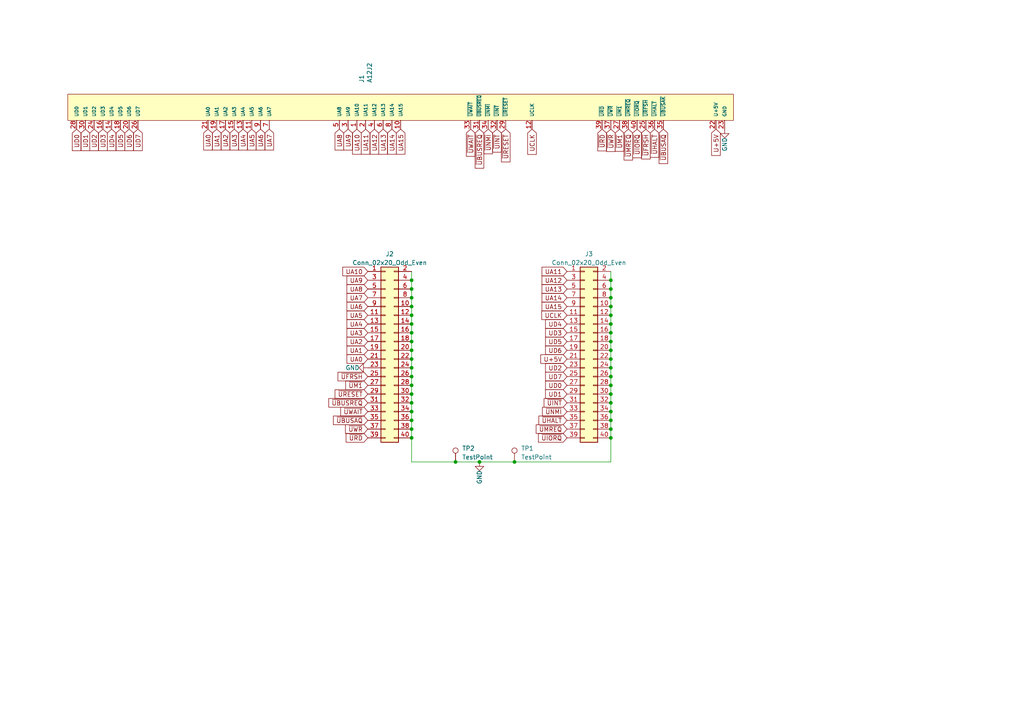
<source format=kicad_sch>
(kicad_sch (version 20230121) (generator eeschema)
  (paper "A4")
  (lib_symbols
    (symbol "Connector:TestPoint" (pin_numbers hide) (pin_names (offset 0.762) hide)
      (property "Reference" "TP" (at 0 6.858 0))
      (property "Value" "TestPoint" (at 0 5.08 0))
      (symbol "TestPoint_0_1"
        (circle (center 0 3.302) (radius 0.762))
      )
      (symbol "TestPoint_1_1"
        (pin passive line (at 0 0 90) (length 2.54) (name "1") (number "1"))
      )
    )
    (symbol "Connector_Generic:Conn_02x20_Odd_Even" (pin_names (offset 1.016) hide)
      (property "Reference" "J" (at 1.27 25.4 0))
      (property "Value" "Conn_02x20_Odd_Even" (at 1.27 -27.94 0))
      (symbol "Conn_02x20_Odd_Even_1_1"
        (rectangle (start -1.27 -25.273) (end 0 -25.527) (stroke (width 0.1524)))
        (rectangle (start -1.27 -22.733) (end 0 -22.987) (stroke (width 0.1524)))
        (rectangle (start -1.27 -20.193) (end 0 -20.447) (stroke (width 0.1524)))
        (rectangle (start -1.27 -17.653) (end 0 -17.907) (stroke (width 0.1524)))
        (rectangle (start -1.27 -15.113) (end 0 -15.367) (stroke (width 0.1524)))
        (rectangle (start -1.27 -12.573) (end 0 -12.827) (stroke (width 0.1524)))
        (rectangle (start -1.27 -10.033) (end 0 -10.287) (stroke (width 0.1524)))
        (rectangle (start -1.27 -7.493) (end 0 -7.747) (stroke (width 0.1524)))
        (rectangle (start -1.27 -4.953) (end 0 -5.207) (stroke (width 0.1524)))
        (rectangle (start -1.27 -2.413) (end 0 -2.667) (stroke (width 0.1524)))
        (rectangle (start -1.27 0.127) (end 0 -0.127) (stroke (width 0.1524)))
        (rectangle (start -1.27 2.667) (end 0 2.413) (stroke (width 0.1524)))
        (rectangle (start -1.27 5.207) (end 0 4.953) (stroke (width 0.1524)))
        (rectangle (start -1.27 7.747) (end 0 7.493) (stroke (width 0.1524)))
        (rectangle (start -1.27 10.287) (end 0 10.033) (stroke (width 0.1524)))
        (rectangle (start -1.27 12.827) (end 0 12.573) (stroke (width 0.1524)))
        (rectangle (start -1.27 15.367) (end 0 15.113) (stroke (width 0.1524)))
        (rectangle (start -1.27 17.907) (end 0 17.653) (stroke (width 0.1524)))
        (rectangle (start -1.27 20.447) (end 0 20.193) (stroke (width 0.1524)))
        (rectangle (start -1.27 22.987) (end 0 22.733) (stroke (width 0.1524)))
        (rectangle (start -1.27 24.13) (end 3.81 -26.67) (stroke (width 0.254)) (fill (type background)))
        (rectangle (start 3.81 -25.273) (end 2.54 -25.527) (stroke (width 0.1524)))
        (rectangle (start 3.81 -22.733) (end 2.54 -22.987) (stroke (width 0.1524)))
        (rectangle (start 3.81 -20.193) (end 2.54 -20.447) (stroke (width 0.1524)))
        (rectangle (start 3.81 -17.653) (end 2.54 -17.907) (stroke (width 0.1524)))
        (rectangle (start 3.81 -15.113) (end 2.54 -15.367) (stroke (width 0.1524)))
        (rectangle (start 3.81 -12.573) (end 2.54 -12.827) (stroke (width 0.1524)))
        (rectangle (start 3.81 -10.033) (end 2.54 -10.287) (stroke (width 0.1524)))
        (rectangle (start 3.81 -7.493) (end 2.54 -7.747) (stroke (width 0.1524)))
        (rectangle (start 3.81 -4.953) (end 2.54 -5.207) (stroke (width 0.1524)))
        (rectangle (start 3.81 -2.413) (end 2.54 -2.667) (stroke (width 0.1524)))
        (rectangle (start 3.81 0.127) (end 2.54 -0.127) (stroke (width 0.1524)))
        (rectangle (start 3.81 2.667) (end 2.54 2.413) (stroke (width 0.1524)))
        (rectangle (start 3.81 5.207) (end 2.54 4.953) (stroke (width 0.1524)))
        (rectangle (start 3.81 7.747) (end 2.54 7.493) (stroke (width 0.1524)))
        (rectangle (start 3.81 10.287) (end 2.54 10.033) (stroke (width 0.1524)))
        (rectangle (start 3.81 12.827) (end 2.54 12.573) (stroke (width 0.1524)))
        (rectangle (start 3.81 15.367) (end 2.54 15.113) (stroke (width 0.1524)))
        (rectangle (start 3.81 17.907) (end 2.54 17.653) (stroke (width 0.1524)))
        (rectangle (start 3.81 20.447) (end 2.54 20.193) (stroke (width 0.1524)))
        (rectangle (start 3.81 22.987) (end 2.54 22.733) (stroke (width 0.1524)))
        (pin passive line (at -5.08 22.86 0) (length 3.81) (name "Pin_1") (number "1"))
        (pin passive line (at 7.62 12.7 180) (length 3.81) (name "Pin_10") (number "10"))
        (pin passive line (at -5.08 10.16 0) (length 3.81) (name "Pin_11") (number "11"))
        (pin passive line (at 7.62 10.16 180) (length 3.81) (name "Pin_12") (number "12"))
        (pin passive line (at -5.08 7.62 0) (length 3.81) (name "Pin_13") (number "13"))
        (pin passive line (at 7.62 7.62 180) (length 3.81) (name "Pin_14") (number "14"))
        (pin passive line (at -5.08 5.08 0) (length 3.81) (name "Pin_15") (number "15"))
        (pin passive line (at 7.62 5.08 180) (length 3.81) (name "Pin_16") (number "16"))
        (pin passive line (at -5.08 2.54 0) (length 3.81) (name "Pin_17") (number "17"))
        (pin passive line (at 7.62 2.54 180) (length 3.81) (name "Pin_18") (number "18"))
        (pin passive line (at -5.08 0 0) (length 3.81) (name "Pin_19") (number "19"))
        (pin passive line (at 7.62 22.86 180) (length 3.81) (name "Pin_2") (number "2"))
        (pin passive line (at 7.62 0 180) (length 3.81) (name "Pin_20") (number "20"))
        (pin passive line (at -5.08 -2.54 0) (length 3.81) (name "Pin_21") (number "21"))
        (pin passive line (at 7.62 -2.54 180) (length 3.81) (name "Pin_22") (number "22"))
        (pin passive line (at -5.08 -5.08 0) (length 3.81) (name "Pin_23") (number "23"))
        (pin passive line (at 7.62 -5.08 180) (length 3.81) (name "Pin_24") (number "24"))
        (pin passive line (at -5.08 -7.62 0) (length 3.81) (name "Pin_25") (number "25"))
        (pin passive line (at 7.62 -7.62 180) (length 3.81) (name "Pin_26") (number "26"))
        (pin passive line (at -5.08 -10.16 0) (length 3.81) (name "Pin_27") (number "27"))
        (pin passive line (at 7.62 -10.16 180) (length 3.81) (name "Pin_28") (number "28"))
        (pin passive line (at -5.08 -12.7 0) (length 3.81) (name "Pin_29") (number "29"))
        (pin passive line (at -5.08 20.32 0) (length 3.81) (name "Pin_3") (number "3"))
        (pin passive line (at 7.62 -12.7 180) (length 3.81) (name "Pin_30") (number "30"))
        (pin passive line (at -5.08 -15.24 0) (length 3.81) (name "Pin_31") (number "31"))
        (pin passive line (at 7.62 -15.24 180) (length 3.81) (name "Pin_32") (number "32"))
        (pin passive line (at -5.08 -17.78 0) (length 3.81) (name "Pin_33") (number "33"))
        (pin passive line (at 7.62 -17.78 180) (length 3.81) (name "Pin_34") (number "34"))
        (pin passive line (at -5.08 -20.32 0) (length 3.81) (name "Pin_35") (number "35"))
        (pin passive line (at 7.62 -20.32 180) (length 3.81) (name "Pin_36") (number "36"))
        (pin passive line (at -5.08 -22.86 0) (length 3.81) (name "Pin_37") (number "37"))
        (pin passive line (at 7.62 -22.86 180) (length 3.81) (name "Pin_38") (number "38"))
        (pin passive line (at -5.08 -25.4 0) (length 3.81) (name "Pin_39") (number "39"))
        (pin passive line (at 7.62 20.32 180) (length 3.81) (name "Pin_4") (number "4"))
        (pin passive line (at 7.62 -25.4 180) (length 3.81) (name "Pin_40") (number "40"))
        (pin passive line (at -5.08 17.78 0) (length 3.81) (name "Pin_5") (number "5"))
        (pin passive line (at 7.62 17.78 180) (length 3.81) (name "Pin_6") (number "6"))
        (pin passive line (at -5.08 15.24 0) (length 3.81) (name "Pin_7") (number "7"))
        (pin passive line (at 7.62 15.24 180) (length 3.81) (name "Pin_8") (number "8"))
        (pin passive line (at -5.08 12.7 0) (length 3.81) (name "Pin_9") (number "9"))
      )
    )
    (symbol "Fluke_Z80POD:A12J2" (pin_names (offset 1.016))
      (property "Reference" "J" (at 1.27 0 0))
      (property "Value" "A12J2" (at 0 78.74 0))
      (symbol "A12J2_0_1"
        (rectangle (start -5.08 76.2) (end 2.54 -116.84) (fill (type background)))
      )
      (symbol "A12J2_1_1"
        (pin bidirectional line (at -7.62 -7.62 0) (length 2.54) (name "UA10") (number "1"))
        (pin bidirectional line (at -7.62 -20.32 0) (length 2.54) (name "UA15") (number "10"))
        (pin bidirectional line (at -7.62 22.86 0) (length 2.54) (name "UA5") (number "11"))
        (pin bidirectional line (at -7.62 -58.42 0) (length 2.54) (name "UCLK") (number "12"))
        (pin bidirectional line (at -7.62 25.4 0) (length 2.54) (name "UA4") (number "13"))
        (pin bidirectional line (at -7.62 63.5 0) (length 2.54) (name "UD4") (number "14"))
        (pin bidirectional line (at -7.62 27.94 0) (length 2.54) (name "UA3") (number "15"))
        (pin bidirectional line (at -7.62 66.04 0) (length 2.54) (name "UD3") (number "16"))
        (pin bidirectional line (at -7.62 30.48 0) (length 2.54) (name "UA2") (number "17"))
        (pin bidirectional line (at -7.62 60.96 0) (length 2.54) (name "UD5") (number "18"))
        (pin bidirectional line (at -7.62 33.02 0) (length 2.54) (name "UA1") (number "19"))
        (pin bidirectional line (at -7.62 -10.16 0) (length 2.54) (name "UA11") (number "2"))
        (pin bidirectional line (at -7.62 58.42 0) (length 2.54) (name "UD6") (number "20"))
        (pin bidirectional line (at -7.62 35.56 0) (length 2.54) (name "UA0") (number "21"))
        (pin bidirectional line (at -7.62 -111.76 0) (length 2.54) (name "U+5V") (number "22"))
        (pin bidirectional line (at -7.62 -114.3 0) (length 2.54) (name "GND") (number "23"))
        (pin bidirectional line (at -7.62 68.58 0) (length 2.54) (name "UD2") (number "24"))
        (pin bidirectional line (at -7.62 -91.44 0) (length 2.54) (name "~{URFSH}") (number "25"))
        (pin bidirectional line (at -7.62 55.88 0) (length 2.54) (name "UD7") (number "26"))
        (pin bidirectional line (at -7.62 -83.82 0) (length 2.54) (name "~{UM1}") (number "27"))
        (pin bidirectional line (at -7.62 73.66 0) (length 2.54) (name "UD0") (number "28"))
        (pin bidirectional line (at -7.62 -50.8 0) (length 2.54) (name "~{URESET}") (number "29"))
        (pin bidirectional line (at -7.62 -5.08 0) (length 2.54) (name "UA9") (number "3"))
        (pin bidirectional line (at -7.62 71.12 0) (length 2.54) (name "UD1") (number "30"))
        (pin bidirectional line (at -7.62 -43.18 0) (length 2.54) (name "~{UBUSREQ}") (number "31"))
        (pin bidirectional line (at -7.62 -48.26 0) (length 2.54) (name "~{UINT}") (number "32"))
        (pin bidirectional line (at -7.62 -40.64 0) (length 2.54) (name "~{UWAIT}") (number "33"))
        (pin bidirectional line (at -7.62 -45.72 0) (length 2.54) (name "~{UNMI}") (number "34"))
        (pin bidirectional line (at -7.62 -96.52 0) (length 2.54) (name "~{UBUSAK}") (number "35"))
        (pin bidirectional line (at -7.62 -93.98 0) (length 2.54) (name "~{UHALT}") (number "36"))
        (pin bidirectional line (at -7.62 -81.28 0) (length 2.54) (name "~{UWR}") (number "37"))
        (pin bidirectional line (at -7.62 -86.36 0) (length 2.54) (name "~{UMREQ}") (number "38"))
        (pin bidirectional line (at -7.62 -78.74 0) (length 2.54) (name "~{URD}") (number "39"))
        (pin bidirectional line (at -7.62 -12.7 0) (length 2.54) (name "UA12") (number "4"))
        (pin bidirectional line (at -7.62 -88.9 0) (length 2.54) (name "~{UIORQ}") (number "40"))
        (pin bidirectional line (at -7.62 -2.54 0) (length 2.54) (name "UA8") (number "5"))
        (pin bidirectional line (at -7.62 -15.24 0) (length 2.54) (name "UA13") (number "6"))
        (pin bidirectional line (at -7.62 17.78 0) (length 2.54) (name "UA7") (number "7"))
        (pin bidirectional line (at -7.62 -17.78 0) (length 2.54) (name "UA14") (number "8"))
        (pin bidirectional line (at -7.62 20.32 0) (length 2.54) (name "UA6") (number "9"))
      )
    )
    (symbol "power:GND" (power) (pin_names (offset 0))
      (property "Value" "GND" (at 0 -3.81 0))
      (symbol "GND_0_1"
        (polyline (pts (xy 0 0) (xy 0 -1.27) (xy 1.27 -1.27) (xy 0 -2.54) (xy -1.27 -1.27) (xy 0 -1.27)))
      )
      (symbol "GND_1_1"
        (pin power_in line (at 0 0 270) (length 0) hide (name "GND") (number "1"))
      )
    )
  )
  (junction (at 177.165 121.92))
  (junction (at 177.165 106.68))
  (junction (at 119.38 127))
  (junction (at 177.165 111.76))
  (junction (at 139.065 133.985))
  (junction (at 177.165 93.98))
  (junction (at 177.165 119.38))
  (junction (at 177.165 127))
  (junction (at 177.165 81.28))
  (junction (at 119.38 106.68))
  (junction (at 177.165 88.9))
  (junction (at 119.38 104.14))
  (junction (at 177.165 101.6))
  (junction (at 119.38 96.52))
  (junction (at 177.165 124.46))
  (junction (at 119.38 116.84))
  (junction (at 149.225 133.985))
  (junction (at 177.165 99.06))
  (junction (at 177.165 116.84))
  (junction (at 119.38 111.76))
  (junction (at 177.165 109.22))
  (junction (at 119.38 93.98))
  (junction (at 177.165 114.3))
  (junction (at 119.38 81.28))
  (junction (at 177.165 86.36))
  (junction (at 119.38 109.22))
  (junction (at 132.127 133.985))
  (junction (at 119.38 88.9))
  (junction (at 177.165 91.44))
  (junction (at 177.165 104.14))
  (junction (at 119.38 99.06))
  (junction (at 119.38 119.38))
  (junction (at 119.38 86.36))
  (junction (at 177.165 96.52))
  (junction (at 119.38 91.44))
  (junction (at 177.165 83.82))
  (junction (at 119.38 101.6))
  (junction (at 119.38 124.46))
  (junction (at 119.38 114.3))
  (junction (at 119.38 121.92))
  (junction (at 119.38 83.82))
  (wire (pts (xy 177.165 111.76) (xy 177.165 109.22)))
  (wire (pts (xy 177.165 83.82) (xy 177.165 81.28)))
  (wire (pts (xy 119.38 114.3) (xy 119.38 116.84)))
  (wire (pts (xy 177.165 104.14) (xy 177.165 101.6)))
  (wire (pts (xy 177.165 99.06) (xy 177.165 96.52)))
  (wire (pts (xy 119.38 86.36) (xy 119.38 88.9)))
  (wire (pts (xy 119.38 91.44) (xy 119.38 93.98)))
  (wire (pts (xy 119.38 116.84) (xy 119.38 119.38)))
  (wire (pts (xy 177.165 114.3) (xy 177.165 111.76)))
  (wire (pts (xy 177.165 121.92) (xy 177.165 119.38)))
  (wire (pts (xy 177.165 101.6) (xy 177.165 99.06)))
  (wire (pts (xy 177.165 88.9) (xy 177.165 86.36)))
  (wire (pts (xy 119.38 88.9) (xy 119.38 91.44)))
  (wire (pts (xy 177.165 91.44) (xy 177.165 88.9)))
  (wire (pts (xy 119.38 127) (xy 119.38 133.985)))
  (wire (pts (xy 177.165 96.52) (xy 177.165 93.98)))
  (wire (pts (xy 177.165 133.985) (xy 177.165 127)))
  (wire (pts (xy 177.165 119.38) (xy 177.165 116.84)))
  (wire (pts (xy 177.165 109.22) (xy 177.165 106.68)))
  (wire (pts (xy 119.38 96.52) (xy 119.38 99.06)))
  (wire (pts (xy 119.38 109.22) (xy 119.38 111.76)))
  (wire (pts (xy 119.38 81.28) (xy 119.38 83.82)))
  (wire (pts (xy 177.165 106.68) (xy 177.165 104.14)))
  (wire (pts (xy 119.38 104.14) (xy 119.38 106.68)))
  (wire (pts (xy 119.38 99.06) (xy 119.38 101.6)))
  (wire (pts (xy 149.225 133.985) (xy 177.165 133.985)))
  (wire (pts (xy 119.38 106.68) (xy 119.38 109.22)))
  (wire (pts (xy 119.38 119.38) (xy 119.38 121.92)))
  (wire (pts (xy 119.38 83.82) (xy 119.38 86.36)))
  (wire (pts (xy 119.38 93.98) (xy 119.38 96.52)))
  (wire (pts (xy 139.065 133.985) (xy 149.225 133.985)))
  (wire (pts (xy 119.38 133.985) (xy 132.127 133.985)))
  (wire (pts (xy 177.165 86.36) (xy 177.165 83.82)))
  (wire (pts (xy 119.38 124.46) (xy 119.38 127)))
  (wire (pts (xy 177.165 93.98) (xy 177.165 91.44)))
  (wire (pts (xy 119.38 78.74) (xy 119.38 81.28)))
  (wire (pts (xy 119.38 101.6) (xy 119.38 104.14)))
  (wire (pts (xy 177.165 81.28) (xy 177.165 78.74)))
  (wire (pts (xy 177.165 124.46) (xy 177.165 121.92)))
  (wire (pts (xy 132.127 133.985) (xy 139.065 133.985)))
  (wire (pts (xy 119.38 111.76) (xy 119.38 114.3)))
  (wire (pts (xy 177.165 127) (xy 177.165 124.46)))
  (wire (pts (xy 119.38 121.92) (xy 119.38 124.46)))
  (wire (pts (xy 177.165 116.84) (xy 177.165 114.3)))
  (global_label "UA0" (shape input) (at 106.68 104.14 180) (property "Intersheetrefs" "${INTERSHEET_REFS}" (effects hide)))
  (global_label "UD1" (shape input) (at 164.465 114.3 180) (property "Intersheetrefs" "${INTERSHEET_REFS}" (effects hide)))
  (global_label "UA13" (shape input) (at 164.465 83.82 180) (property "Intersheetrefs" "${INTERSHEET_REFS}" (effects hide)))
  (global_label "UA4" (shape input) (at 106.68 93.98 180) (property "Intersheetrefs" "${INTERSHEET_REFS}" (effects hide)))
  (global_label "~{UBUSAQ}" (shape input) (at 192.405 37.465 270) (property "Intersheetrefs" "${INTERSHEET_REFS}" (effects hide)))
  (global_label "UA4" (shape input) (at 70.485 37.465 270) (property "Intersheetrefs" "${INTERSHEET_REFS}" (effects hide)))
  (global_label "~{UBUSREQ}" (shape input) (at 139.065 37.465 270) (property "Intersheetrefs" "${INTERSHEET_REFS}" (effects hide)))
  (global_label "~{UIORQ}" (shape input) (at 164.465 127 180) (property "Intersheetrefs" "${INTERSHEET_REFS}" (effects hide)))
  (global_label "UA5" (shape input) (at 106.68 91.44 180) (property "Intersheetrefs" "${INTERSHEET_REFS}" (effects hide)))
  (global_label "UCLK" (shape input) (at 154.305 37.465 270) (property "Intersheetrefs" "${INTERSHEET_REFS}" (effects hide)))
  (global_label "UA11" (shape input) (at 164.465 78.74 180) (property "Intersheetrefs" "${INTERSHEET_REFS}" (effects hide)))
  (global_label "~{UNMI}" (shape input) (at 141.605 37.465 270) (property "Intersheetrefs" "${INTERSHEET_REFS}" (effects hide)))
  (global_label "~{URD}" (shape input) (at 106.68 127 180) (property "Intersheetrefs" "${INTERSHEET_REFS}" (effects hide)))
  (global_label "UD1" (shape input) (at 24.765 37.465 270) (property "Intersheetrefs" "${INTERSHEET_REFS}" (effects hide)))
  (global_label "~{UINT}" (shape input) (at 164.465 116.84 180) (property "Intersheetrefs" "${INTERSHEET_REFS}" (effects hide)))
  (global_label "UA10" (shape input) (at 103.505 37.465 270) (property "Intersheetrefs" "${INTERSHEET_REFS}" (effects hide)))
  (global_label "~{URESET}" (shape input) (at 146.685 37.465 270) (property "Intersheetrefs" "${INTERSHEET_REFS}" (effects hide)))
  (global_label "UD3" (shape input) (at 164.465 96.52 180) (property "Intersheetrefs" "${INTERSHEET_REFS}" (effects hide)))
  (global_label "~{UFRSH}" (shape input) (at 106.68 109.22 180) (property "Intersheetrefs" "${INTERSHEET_REFS}" (effects hide)))
  (global_label "U+5V" (shape input) (at 207.645 37.465 270) (property "Intersheetrefs" "${INTERSHEET_REFS}" (effects hide)))
  (global_label "UA6" (shape input) (at 75.565 37.465 270) (property "Intersheetrefs" "${INTERSHEET_REFS}" (effects hide)))
  (global_label "UD6" (shape input) (at 164.465 101.6 180) (property "Intersheetrefs" "${INTERSHEET_REFS}" (effects hide)))
  (global_label "UD6" (shape input) (at 37.465 37.465 270) (property "Intersheetrefs" "${INTERSHEET_REFS}" (effects hide)))
  (global_label "UA2" (shape input) (at 65.405 37.465 270) (property "Intersheetrefs" "${INTERSHEET_REFS}" (effects hide)))
  (global_label "UA12" (shape input) (at 108.585 37.465 270) (property "Intersheetrefs" "${INTERSHEET_REFS}" (effects hide)))
  (global_label "UA13" (shape input) (at 111.125 37.465 270) (property "Intersheetrefs" "${INTERSHEET_REFS}" (effects hide)))
  (global_label "~{UHALT}" (shape input) (at 164.465 121.92 180) (property "Intersheetrefs" "${INTERSHEET_REFS}" (effects hide)))
  (global_label "UD5" (shape input) (at 34.925 37.465 270) (property "Intersheetrefs" "${INTERSHEET_REFS}" (effects hide)))
  (global_label "UA15" (shape input) (at 116.205 37.465 270) (property "Intersheetrefs" "${INTERSHEET_REFS}" (effects hide)))
  (global_label "~{UMREQ}" (shape input) (at 182.245 37.465 270) (property "Intersheetrefs" "${INTERSHEET_REFS}" (effects hide)))
  (global_label "~{UWAIT}" (shape input) (at 136.525 37.465 270) (property "Intersheetrefs" "${INTERSHEET_REFS}" (effects hide)))
  (global_label "~{UM1}" (shape input) (at 106.68 111.76 180) (property "Intersheetrefs" "${INTERSHEET_REFS}" (effects hide)))
  (global_label "~{URESET}" (shape input) (at 106.68 114.3 180) (property "Intersheetrefs" "${INTERSHEET_REFS}" (effects hide)))
  (global_label "~{UWAIT}" (shape input) (at 106.68 119.38 180) (property "Intersheetrefs" "${INTERSHEET_REFS}" (effects hide)))
  (global_label "~{UM1}" (shape input) (at 179.705 37.465 270) (property "Intersheetrefs" "${INTERSHEET_REFS}" (effects hide)))
  (global_label "UD5" (shape input) (at 164.465 99.06 180) (property "Intersheetrefs" "${INTERSHEET_REFS}" (effects hide)))
  (global_label "~{UIORQ}" (shape input) (at 184.785 37.465 270) (property "Intersheetrefs" "${INTERSHEET_REFS}" (effects hide)))
  (global_label "UA10" (shape input) (at 106.68 78.74 180) (property "Intersheetrefs" "${INTERSHEET_REFS}" (effects hide)))
  (global_label "UA6" (shape input) (at 106.68 88.9 180) (property "Intersheetrefs" "${INTERSHEET_REFS}" (effects hide)))
  (global_label "~{UFRSH}" (shape input) (at 187.325 37.465 270) (property "Intersheetrefs" "${INTERSHEET_REFS}" (effects hide)))
  (global_label "~{UWR}" (shape input) (at 106.68 124.46 180) (property "Intersheetrefs" "${INTERSHEET_REFS}" (effects hide)))
  (global_label "~{UHALT}" (shape input) (at 189.865 37.465 270) (property "Intersheetrefs" "${INTERSHEET_REFS}" (effects hide)))
  (global_label "UA14" (shape input) (at 113.665 37.465 270) (property "Intersheetrefs" "${INTERSHEET_REFS}" (effects hide)))
  (global_label "UA7" (shape input) (at 106.68 86.36 180) (property "Intersheetrefs" "${INTERSHEET_REFS}" (effects hide)))
  (global_label "UD2" (shape input) (at 164.465 106.68 180) (property "Intersheetrefs" "${INTERSHEET_REFS}" (effects hide)))
  (global_label "UA0" (shape input) (at 60.325 37.465 270) (property "Intersheetrefs" "${INTERSHEET_REFS}" (effects hide)))
  (global_label "UA14" (shape input) (at 164.465 86.36 180) (property "Intersheetrefs" "${INTERSHEET_REFS}" (effects hide)))
  (global_label "UA3" (shape input) (at 67.945 37.465 270) (property "Intersheetrefs" "${INTERSHEET_REFS}" (effects hide)))
  (global_label "UA8" (shape input) (at 106.68 83.82 180) (property "Intersheetrefs" "${INTERSHEET_REFS}" (effects hide)))
  (global_label "UD7" (shape input) (at 164.465 109.22 180) (property "Intersheetrefs" "${INTERSHEET_REFS}" (effects hide)))
  (global_label "~{UMREQ}" (shape input) (at 164.465 124.46 180) (property "Intersheetrefs" "${INTERSHEET_REFS}" (effects hide)))
  (global_label "UD3" (shape input) (at 29.845 37.465 270) (property "Intersheetrefs" "${INTERSHEET_REFS}" (effects hide)))
  (global_label "UCLK" (shape input) (at 164.465 91.44 180) (property "Intersheetrefs" "${INTERSHEET_REFS}" (effects hide)))
  (global_label "UA9" (shape input) (at 106.68 81.28 180) (property "Intersheetrefs" "${INTERSHEET_REFS}" (effects hide)))
  (global_label "~{URD}" (shape input) (at 174.625 37.465 270) (property "Intersheetrefs" "${INTERSHEET_REFS}" (effects hide)))
  (global_label "UA2" (shape input) (at 106.68 99.06 180) (property "Intersheetrefs" "${INTERSHEET_REFS}" (effects hide)))
  (global_label "UD4" (shape input) (at 32.385 37.465 270) (property "Intersheetrefs" "${INTERSHEET_REFS}" (effects hide)))
  (global_label "UA15" (shape input) (at 164.465 88.9 180) (property "Intersheetrefs" "${INTERSHEET_REFS}" (effects hide)))
  (global_label "UA1" (shape input) (at 106.68 101.6 180) (property "Intersheetrefs" "${INTERSHEET_REFS}" (effects hide)))
  (global_label "UA3" (shape input) (at 106.68 96.52 180) (property "Intersheetrefs" "${INTERSHEET_REFS}" (effects hide)))
  (global_label "~{UWR}" (shape input) (at 177.165 37.465 270) (property "Intersheetrefs" "${INTERSHEET_REFS}" (effects hide)))
  (global_label "UA1" (shape input) (at 62.865 37.465 270) (property "Intersheetrefs" "${INTERSHEET_REFS}" (effects hide)))
  (global_label "~{UINT}" (shape input) (at 144.145 37.465 270) (property "Intersheetrefs" "${INTERSHEET_REFS}" (effects hide)))
  (global_label "UA9" (shape input) (at 100.965 37.465 270) (property "Intersheetrefs" "${INTERSHEET_REFS}" (effects hide)))
  (global_label "UA8" (shape input) (at 98.425 37.465 270) (property "Intersheetrefs" "${INTERSHEET_REFS}" (effects hide)))
  (global_label "UA7" (shape input) (at 78.105 37.465 270) (property "Intersheetrefs" "${INTERSHEET_REFS}" (effects hide)))
  (global_label "UA11" (shape input) (at 106.045 37.465 270) (property "Intersheetrefs" "${INTERSHEET_REFS}" (effects hide)))
  (global_label "UD4" (shape input) (at 164.465 93.98 180) (property "Intersheetrefs" "${INTERSHEET_REFS}" (effects hide)))
  (global_label "UA12" (shape input) (at 164.465 81.28 180) (property "Intersheetrefs" "${INTERSHEET_REFS}" (effects hide)))
  (global_label "U+5V" (shape input) (at 164.465 104.14 180) (property "Intersheetrefs" "${INTERSHEET_REFS}" (effects hide)))
  (global_label "UD0" (shape input) (at 22.225 37.465 270) (property "Intersheetrefs" "${INTERSHEET_REFS}" (effects hide)))
  (global_label "UD7" (shape input) (at 40.005 37.465 270) (property "Intersheetrefs" "${INTERSHEET_REFS}" (effects hide)))
  (global_label "~{UBUSREQ}" (shape input) (at 106.68 116.84 180) (property "Intersheetrefs" "${INTERSHEET_REFS}" (effects hide)))
  (global_label "UD2" (shape input) (at 27.305 37.465 270) (property "Intersheetrefs" "${INTERSHEET_REFS}" (effects hide)))
  (global_label "UA5" (shape input) (at 73.025 37.465 270) (property "Intersheetrefs" "${INTERSHEET_REFS}" (effects hide)))
  (global_label "~{UNMI}" (shape input) (at 164.465 119.38 180) (property "Intersheetrefs" "${INTERSHEET_REFS}" (effects hide)))
  (global_label "UD0" (shape input) (at 164.465 111.76 180) (property "Intersheetrefs" "${INTERSHEET_REFS}" (effects hide)))
  (global_label "~{UBUSAQ}" (shape input) (at 106.68 121.92 180) (property "Intersheetrefs" "${INTERSHEET_REFS}" (effects hide)))
  (symbol (lib_id "power:GND") (at 139.065 133.985 0) (unit 1)
    (property "Reference" "#PWR03" (effects hide))
    (property "Value" "GND" (at 139.065 138.43 90))
  )
  (symbol (lib_id "Connector_Generic:Conn_02x20_Odd_Even") (at 111.76 101.6 0) (unit 1)
    (property "Reference" "J2" (at 113.03 73.66 0))
    (property "Value" "Conn_02x20_Odd_Even" (at 113.03 76.2 0))
    (property "Footprint" "Connector_PinHeader_2.54mm:PinHeader_2x20_P2.54mm_Vertical" (effects hide))
  )
  (symbol (lib_id "Connector_Generic:Conn_02x20_Odd_Even") (at 169.545 101.6 0) (unit 1)
    (property "Reference" "J3" (at 170.815 73.66 0))
    (property "Value" "Conn_02x20_Odd_Even" (at 170.815 76.2 0))
    (property "Footprint" "Connector_PinHeader_2.54mm:PinHeader_2x20_P2.54mm_Vertical" (effects hide))
  )
  (symbol (lib_id "Connector:TestPoint") (at 132.127 133.985 0) (unit 1)
    (property "Reference" "TP2" (at 134.032 130.048 0) (effects (justify left)))
    (property "Value" "TestPoint" (at 134.032 132.588 0) (effects (justify left)))
    (property "Footprint" "Connector_PinHeader_1.00mm:PinHeader_1x01_P1.00mm_Vertical" (effects hide))
  )
  (symbol (lib_id "power:GND") (at 210.185 37.465 0) (unit 1)
    (property "Reference" "#PWR01" (effects hide))
    (property "Value" "GND" (at 210.185 41.91 90))
  )
  (symbol (lib_id "power:GND") (at 106.68 106.68 270) (unit 1)
    (property "Reference" "#PWR02" (effects hide))
    (property "Value" "GND" (at 102.235 106.68 90))
  )
  (symbol (lib_id "Connector:TestPoint") (at 149.225 133.985 0) (unit 1)
    (property "Reference" "TP1" (at 151.13 130.048 0) (effects (justify left)))
    (property "Value" "TestPoint" (at 151.13 132.588 0) (effects (justify left)))
    (property "Footprint" "Connector_PinHeader_1.00mm:PinHeader_1x01_P1.00mm_Vertical" (effects hide))
  )
  (symbol (lib_id "Fluke_Z80POD:A12J2") (at 95.885 29.845 90) (unit 1)
    (property "Reference" "J1" (at 104.8766 24.0538 0) (effects (justify left)))
    (property "Value" "A12J2" (at 107.188 24.0538 0) (effects (justify left)))
    (property "Footprint" "Connector_PinHeader_2.54mm:PinHeader_2x20_P2.54mm_Vertical" (effects hide))
  )
)
</source>
